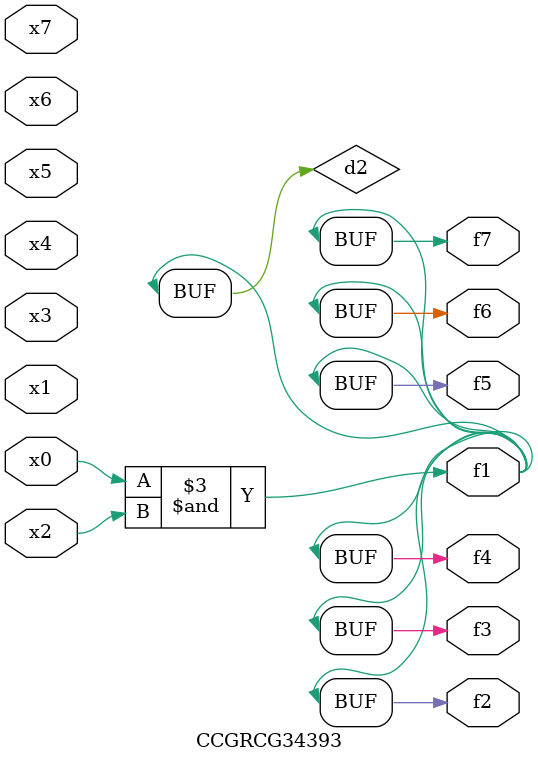
<source format=v>
module CCGRCG34393(
	input x0, x1, x2, x3, x4, x5, x6, x7,
	output f1, f2, f3, f4, f5, f6, f7
);

	wire d1, d2;

	nor (d1, x3, x6);
	and (d2, x0, x2);
	assign f1 = d2;
	assign f2 = d2;
	assign f3 = d2;
	assign f4 = d2;
	assign f5 = d2;
	assign f6 = d2;
	assign f7 = d2;
endmodule

</source>
